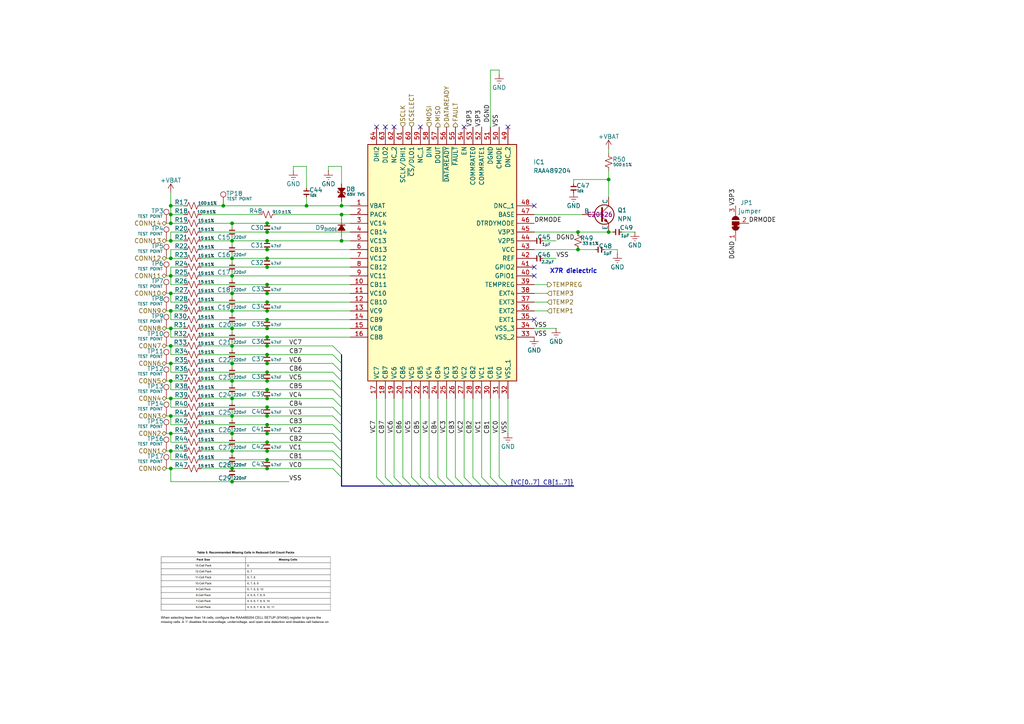
<source format=kicad_sch>
(kicad_sch (version 20250114) (generator "eeschema") (generator_version "9.0")
  (paper "A4")
  (text "X7R dielectric" (at 166.37 78.74 0) (effects (font (size 1.27 1.27) (thickness 0.254) (bold yes))))
  (junction (at 67.31 69.85))
  (junction (at 77.47 123.19))
  (junction (at 67.31 125.73))
  (junction (at 77.47 95.25))
  (junction (at 167.64 72.39))
  (junction (at 67.31 80.01))
  (junction (at 77.47 125.73))
  (junction (at 77.47 77.47))
  (junction (at 77.47 67.31))
  (junction (at 88.9 59.69))
  (junction (at 77.47 105.41))
  (junction (at 176.53 67.31))
  (junction (at 67.31 120.65))
  (junction (at 67.31 85.09))
  (junction (at 77.47 113.03))
  (junction (at 49.53 69.85))
  (junction (at 49.53 64.77))
  (junction (at 49.53 130.81))
  (junction (at 67.31 135.89))
  (junction (at 49.53 125.73))
  (junction (at 77.47 118.11))
  (junction (at 49.53 80.01))
  (junction (at 77.47 133.35))
  (junction (at 77.47 120.65))
  (junction (at 77.47 115.57))
  (junction (at 67.31 64.77))
  (junction (at 49.53 90.17))
  (junction (at 49.53 120.65))
  (junction (at 67.31 74.93))
  (junction (at 49.53 135.89))
  (junction (at 67.31 105.41))
  (junction (at 49.53 74.93))
  (junction (at 49.53 85.09))
  (junction (at 77.47 82.55))
  (junction (at 77.47 74.93))
  (junction (at 77.47 128.27))
  (junction (at 49.53 100.33))
  (junction (at 77.47 110.49))
  (junction (at 64.77 59.69))
  (junction (at 77.47 87.63))
  (junction (at 77.47 92.71))
  (junction (at 77.47 85.09))
  (junction (at 49.53 59.69))
  (junction (at 99.06 62.23))
  (junction (at 49.53 115.57))
  (junction (at 77.47 90.17))
  (junction (at 77.47 135.89))
  (junction (at 67.31 130.81))
  (junction (at 77.47 107.95))
  (junction (at 176.53 52.07))
  (junction (at 77.47 102.87))
  (junction (at 49.53 110.49))
  (junction (at 77.47 97.79))
  (junction (at 49.53 62.23))
  (junction (at 67.31 110.49))
  (junction (at 67.31 115.57))
  (junction (at 67.31 95.25))
  (junction (at 77.47 69.85))
  (junction (at 49.53 95.25))
  (junction (at 67.31 90.17))
  (junction (at 77.47 130.81))
  (junction (at 67.31 100.33))
  (junction (at 77.47 100.33))
  (junction (at 99.06 59.69))
  (junction (at 99.06 69.85))
  (junction (at 77.47 72.39))
  (junction (at 49.53 105.41))
  (junction (at 67.31 139.7))
  (junction (at 167.64 67.31))
  (junction (at 77.47 64.77))
  (no_connect (at 111.76 36.83))
  (no_connect (at 109.22 36.83))
  (no_connect (at 154.94 80.01))
  (no_connect (at 154.94 77.47))
  (no_connect (at 114.3 36.83))
  (no_connect (at 154.94 59.69))
  (no_connect (at 134.62 36.83))
  (no_connect (at 154.94 92.71))
  (no_connect (at 121.92 36.83))
  (no_connect (at 147.32 36.83))
  (bus_entry (at 99.06 133.35) (size -2.54 -2.54))
  (bus_entry (at 99.06 123.19) (size -2.54 -2.54))
  (bus_entry (at 111.76 140.97) (size -2.54 -2.54))
  (bus_entry (at 99.06 135.89) (size -2.54 -2.54))
  (bus_entry (at 99.06 110.49) (size -2.54 -2.54))
  (bus_entry (at 116.84 140.97) (size -2.54 -2.54))
  (bus_entry (at 99.06 128.27) (size -2.54 -2.54))
  (bus_entry (at 129.54 140.97) (size -2.54 -2.54))
  (bus_entry (at 99.06 105.41) (size -2.54 -2.54))
  (bus_entry (at 119.38 140.97) (size -2.54 -2.54))
  (bus_entry (at 99.06 115.57) (size -2.54 -2.54))
  (bus_entry (at 99.06 113.03) (size -2.54 -2.54))
  (bus_entry (at 124.46 140.97) (size -2.54 -2.54))
  (bus_entry (at 121.92 140.97) (size -2.54 -2.54))
  (bus_entry (at 127 140.97) (size -2.54 -2.54))
  (bus_entry (at 132.08 140.97) (size -2.54 -2.54))
  (bus_entry (at 99.06 138.43) (size -2.54 -2.54))
  (bus_entry (at 114.3 140.97) (size -2.54 -2.54))
  (bus_entry (at 99.06 125.73) (size -2.54 -2.54))
  (bus_entry (at 99.06 107.95) (size -2.54 -2.54))
  (bus_entry (at 144.78 140.97) (size -2.54 -2.54))
  (bus_entry (at 99.06 120.65) (size -2.54 -2.54))
  (bus_entry (at 99.06 102.87) (size -2.54 -2.54))
  (bus_entry (at 142.24 140.97) (size -2.54 -2.54))
  (bus_entry (at 139.7 140.97) (size -2.54 -2.54))
  (bus_entry (at 137.16 140.97) (size -2.54 -2.54))
  (bus_entry (at 99.06 118.11) (size -2.54 -2.54))
  (bus_entry (at 134.62 140.97) (size -2.54 -2.54))
  (bus_entry (at 147.32 140.97) (size -2.54 -2.54))
  (bus_entry (at 99.06 130.81) (size -2.54 -2.54))
  (wire (pts (xy 99.06 69.85) (xy 101.6 69.85)))
  (wire (pts (xy 77.47 120.65) (xy 96.52 120.65)))
  (bus (pts (xy 99.06 140.97) (xy 111.76 140.97)))
  (wire (pts (xy 58.42 59.69) (xy 64.77 59.69)))
  (wire (pts (xy 177.8 67.31) (xy 176.53 67.31)))
  (wire (pts (xy 67.31 95.25) (xy 67.31 96.52)))
  (wire (pts (xy 99.06 53.34) (xy 99.06 48.26)))
  (wire (pts (xy 58.42 120.65) (xy 67.31 120.65)))
  (bus (pts (xy 121.92 140.97) (xy 119.38 140.97)))
  (wire (pts (xy 99.06 63.5) (xy 99.06 62.23)))
  (wire (pts (xy 48.26 100.33) (xy 49.53 100.33)))
  (wire (pts (xy 158.75 87.63) (xy 154.94 87.63)))
  (wire (pts (xy 88.9 57.15) (xy 88.9 59.69)))
  (wire (pts (xy 139.7 115.57) (xy 139.7 138.43)))
  (wire (pts (xy 99.06 59.69) (xy 101.6 59.69)))
  (wire (pts (xy 49.53 115.57) (xy 53.34 115.57)))
  (bus (pts (xy 99.06 102.87) (xy 99.06 105.41)))
  (wire (pts (xy 58.42 123.19) (xy 77.47 123.19)))
  (wire (pts (xy 49.53 120.65) (xy 49.53 123.19)))
  (wire (pts (xy 67.31 83.82) (xy 67.31 85.09)))
  (bus (pts (xy 139.7 140.97) (xy 137.16 140.97)))
  (wire (pts (xy 99.06 68.58) (xy 99.06 69.85)))
  (wire (pts (xy 49.53 135.89) (xy 49.53 139.7)))
  (wire (pts (xy 77.47 85.09) (xy 101.6 85.09)))
  (wire (pts (xy 180.34 67.31) (xy 184.15 67.31)))
  (wire (pts (xy 67.31 110.49) (xy 67.31 111.76)))
  (wire (pts (xy 48.26 90.17) (xy 49.53 90.17)))
  (wire (pts (xy 137.16 115.57) (xy 137.16 138.43)))
  (wire (pts (xy 142.24 115.57) (xy 142.24 138.43)))
  (wire (pts (xy 176.53 49.53) (xy 176.53 52.07)))
  (wire (pts (xy 67.31 105.41) (xy 67.31 106.68)))
  (wire (pts (xy 49.53 110.49) (xy 49.53 113.03)))
  (wire (pts (xy 119.38 115.57) (xy 119.38 138.43)))
  (wire (pts (xy 49.53 80.01) (xy 53.34 80.01)))
  (wire (pts (xy 49.53 130.81) (xy 53.34 130.81)))
  (bus (pts (xy 99.06 120.65) (xy 99.06 123.19)))
  (wire (pts (xy 77.47 135.89) (xy 96.52 135.89)))
  (wire (pts (xy 77.47 69.85) (xy 99.06 69.85)))
  (wire (pts (xy 77.47 77.47) (xy 101.6 77.47)))
  (wire (pts (xy 48.26 74.93) (xy 49.53 74.93)))
  (wire (pts (xy 58.42 77.47) (xy 77.47 77.47)))
  (wire (pts (xy 99.06 62.23) (xy 101.6 62.23)))
  (wire (pts (xy 142.24 20.32) (xy 142.24 36.83)))
  (wire (pts (xy 58.42 95.25) (xy 67.31 95.25)))
  (wire (pts (xy 67.31 115.57) (xy 67.31 116.84)))
  (wire (pts (xy 67.31 130.81) (xy 67.31 132.08)))
  (wire (pts (xy 48.26 125.73) (xy 49.53 125.73)))
  (wire (pts (xy 49.53 74.93) (xy 53.34 74.93)))
  (wire (pts (xy 67.31 139.7) (xy 67.31 138.43)))
  (wire (pts (xy 77.47 67.31) (xy 101.6 67.31)))
  (wire (pts (xy 67.31 85.09) (xy 67.31 86.36)))
  (wire (pts (xy 53.34 87.63) (xy 49.53 87.63)))
  (wire (pts (xy 58.42 125.73) (xy 67.31 125.73)))
  (wire (pts (xy 48.26 130.81) (xy 49.53 130.81)))
  (wire (pts (xy 77.47 105.41) (xy 96.52 105.41)))
  (wire (pts (xy 157.48 69.85) (xy 161.29 69.85)))
  (wire (pts (xy 67.31 64.77) (xy 77.47 64.77)))
  (bus (pts (xy 99.06 123.19) (xy 99.06 125.73)))
  (wire (pts (xy 67.31 90.17) (xy 77.47 90.17)))
  (wire (pts (xy 67.31 130.81) (xy 77.47 130.81)))
  (wire (pts (xy 58.42 97.79) (xy 77.47 97.79)))
  (wire (pts (xy 53.34 77.47) (xy 49.53 77.47)))
  (wire (pts (xy 111.76 115.57) (xy 111.76 138.43)))
  (wire (pts (xy 67.31 125.73) (xy 67.31 127)))
  (wire (pts (xy 58.42 102.87) (xy 77.47 102.87)))
  (wire (pts (xy 67.31 93.98) (xy 67.31 95.25)))
  (bus (pts (xy 129.54 140.97) (xy 127 140.97)))
  (wire (pts (xy 154.94 62.23) (xy 168.91 62.23)))
  (wire (pts (xy 48.26 69.85) (xy 49.53 69.85)))
  (wire (pts (xy 77.47 107.95) (xy 96.52 107.95)))
  (wire (pts (xy 49.53 85.09) (xy 53.34 85.09)))
  (wire (pts (xy 77.47 115.57) (xy 96.52 115.57)))
  (wire (pts (xy 49.53 135.89) (xy 53.34 135.89)))
  (wire (pts (xy 134.62 115.57) (xy 134.62 138.43)))
  (wire (pts (xy 77.47 125.73) (xy 96.52 125.73)))
  (wire (pts (xy 147.32 125.73) (xy 147.32 115.57)))
  (bus (pts (xy 99.06 125.73) (xy 99.06 128.27)))
  (wire (pts (xy 48.26 80.01) (xy 49.53 80.01)))
  (wire (pts (xy 176.53 44.45) (xy 176.53 43.18)))
  (wire (pts (xy 154.94 67.31) (xy 167.64 67.31)))
  (wire (pts (xy 109.22 115.57) (xy 109.22 138.43)))
  (wire (pts (xy 49.53 130.81) (xy 49.53 133.35)))
  (wire (pts (xy 179.07 72.39) (xy 179.07 73.66)))
  (wire (pts (xy 67.31 105.41) (xy 77.47 105.41)))
  (wire (pts (xy 67.31 68.58) (xy 67.31 69.85)))
  (bus (pts (xy 99.06 133.35) (xy 99.06 135.89)))
  (wire (pts (xy 58.42 64.77) (xy 67.31 64.77)))
  (wire (pts (xy 49.53 95.25) (xy 53.34 95.25)))
  (wire (pts (xy 58.42 72.39) (xy 77.47 72.39)))
  (wire (pts (xy 53.34 82.55) (xy 49.53 82.55)))
  (wire (pts (xy 77.47 110.49) (xy 96.52 110.49)))
  (bus (pts (xy 147.32 140.97) (xy 144.78 140.97)))
  (bus (pts (xy 99.06 138.43) (xy 99.06 140.97)))
  (wire (pts (xy 77.47 118.11) (xy 96.52 118.11)))
  (wire (pts (xy 158.75 82.55) (xy 154.94 82.55)))
  (wire (pts (xy 77.47 82.55) (xy 101.6 82.55)))
  (wire (pts (xy 77.47 74.93) (xy 101.6 74.93)))
  (wire (pts (xy 166.37 52.07) (xy 166.37 53.34)))
  (bus (pts (xy 99.06 105.41) (xy 99.06 107.95)))
  (wire (pts (xy 67.31 135.89) (xy 77.47 135.89)))
  (wire (pts (xy 49.53 80.01) (xy 49.53 82.55)))
  (wire (pts (xy 67.31 99.06) (xy 67.31 100.33)))
  (wire (pts (xy 58.42 110.49) (xy 67.31 110.49)))
  (wire (pts (xy 49.53 100.33) (xy 49.53 102.87)))
  (wire (pts (xy 121.92 115.57) (xy 121.92 138.43)))
  (wire (pts (xy 58.42 85.09) (xy 67.31 85.09)))
  (wire (pts (xy 176.53 52.07) (xy 176.53 57.15)))
  (wire (pts (xy 77.47 130.81) (xy 96.52 130.81)))
  (wire (pts (xy 58.42 100.33) (xy 67.31 100.33)))
  (wire (pts (xy 144.78 20.32) (xy 144.78 21.59)))
  (wire (pts (xy 154.94 95.25) (xy 161.29 95.25)))
  (wire (pts (xy 167.64 67.31) (xy 176.53 67.31)))
  (wire (pts (xy 49.53 95.25) (xy 49.53 97.79)))
  (wire (pts (xy 132.08 115.57) (xy 132.08 138.43)))
  (wire (pts (xy 77.47 100.33) (xy 96.52 100.33)))
  (wire (pts (xy 49.53 62.23) (xy 49.53 64.77)))
  (wire (pts (xy 67.31 109.22) (xy 67.31 110.49)))
  (wire (pts (xy 67.31 74.93) (xy 67.31 76.2)))
  (wire (pts (xy 67.31 64.77) (xy 67.31 66.04)))
  (bus (pts (xy 99.06 115.57) (xy 99.06 118.11)))
  (wire (pts (xy 67.31 90.17) (xy 67.31 91.44)))
  (bus (pts (xy 99.06 118.11) (xy 99.06 120.65)))
  (wire (pts (xy 77.47 72.39) (xy 101.6 72.39)))
  (wire (pts (xy 48.26 135.89) (xy 49.53 135.89)))
  (wire (pts (xy 67.31 120.65) (xy 77.47 120.65)))
  (wire (pts (xy 58.42 133.35) (xy 77.47 133.35)))
  (bus (pts (xy 99.06 130.81) (xy 99.06 133.35)))
  (wire (pts (xy 67.31 120.65) (xy 67.31 121.92)))
  (wire (pts (xy 58.42 82.55) (xy 77.47 82.55)))
  (bus (pts (xy 137.16 140.97) (xy 134.62 140.97)))
  (wire (pts (xy 58.42 87.63) (xy 77.47 87.63)))
  (wire (pts (xy 64.77 59.69) (xy 88.9 59.69)))
  (wire (pts (xy 158.75 90.17) (xy 154.94 90.17)))
  (wire (pts (xy 67.31 69.85) (xy 67.31 71.12)))
  (wire (pts (xy 58.42 74.93) (xy 67.31 74.93)))
  (wire (pts (xy 53.34 97.79) (xy 49.53 97.79)))
  (wire (pts (xy 49.53 105.41) (xy 49.53 107.95)))
  (wire (pts (xy 49.53 115.57) (xy 49.53 118.11)))
  (wire (pts (xy 95.25 48.26) (xy 95.25 49.53)))
  (wire (pts (xy 67.31 88.9) (xy 67.31 90.17)))
  (wire (pts (xy 49.53 105.41) (xy 53.34 105.41)))
  (wire (pts (xy 49.53 125.73) (xy 53.34 125.73)))
  (wire (pts (xy 154.94 72.39) (xy 167.64 72.39)))
  (wire (pts (xy 144.78 115.57) (xy 144.78 138.43)))
  (wire (pts (xy 58.42 105.41) (xy 67.31 105.41)))
  (wire (pts (xy 124.46 115.57) (xy 124.46 138.43)))
  (wire (pts (xy 49.53 110.49) (xy 53.34 110.49)))
  (wire (pts (xy 49.53 100.33) (xy 53.34 100.33)))
  (wire (pts (xy 85.09 48.26) (xy 85.09 49.53)))
  (wire (pts (xy 48.26 110.49) (xy 49.53 110.49)))
  (bus (pts (xy 99.06 113.03) (xy 99.06 115.57)))
  (wire (pts (xy 53.34 118.11) (xy 49.53 118.11)))
  (wire (pts (xy 67.31 74.93) (xy 77.47 74.93)))
  (wire (pts (xy 77.47 102.87) (xy 96.52 102.87)))
  (bus (pts (xy 132.08 140.97) (xy 129.54 140.97)))
  (wire (pts (xy 77.47 113.03) (xy 96.52 113.03)))
  (wire (pts (xy 58.42 113.03) (xy 77.47 113.03)))
  (bus (pts (xy 134.62 140.97) (xy 132.08 140.97)))
  (wire (pts (xy 67.31 125.73) (xy 77.47 125.73)))
  (wire (pts (xy 114.3 115.57) (xy 114.3 138.43)))
  (wire (pts (xy 67.31 73.66) (xy 67.31 74.93)))
  (wire (pts (xy 49.53 85.09) (xy 49.53 87.63)))
  (bus (pts (xy 111.76 140.97) (xy 114.3 140.97)))
  (wire (pts (xy 53.34 67.31) (xy 49.53 67.31)))
  (wire (pts (xy 53.34 102.87) (xy 49.53 102.87)))
  (wire (pts (xy 67.31 119.38) (xy 67.31 120.65)))
  (wire (pts (xy 48.26 64.77) (xy 49.53 64.77)))
  (wire (pts (xy 144.78 20.32) (xy 142.24 20.32)))
  (wire (pts (xy 53.34 64.77) (xy 49.53 64.77)))
  (wire (pts (xy 67.31 100.33) (xy 67.31 101.6)))
  (wire (pts (xy 67.31 115.57) (xy 77.47 115.57)))
  (wire (pts (xy 99.06 58.42) (xy 99.06 59.69)))
  (bus (pts (xy 119.38 140.97) (xy 116.84 140.97)))
  (wire (pts (xy 67.31 114.3) (xy 67.31 115.57)))
  (wire (pts (xy 116.84 115.57) (xy 116.84 138.43)))
  (wire (pts (xy 67.31 95.25) (xy 77.47 95.25)))
  (wire (pts (xy 53.34 123.19) (xy 49.53 123.19)))
  (wire (pts (xy 53.34 92.71) (xy 49.53 92.71)))
  (wire (pts (xy 49.53 77.47) (xy 49.53 80.01)))
  (wire (pts (xy 49.53 69.85) (xy 53.34 69.85)))
  (wire (pts (xy 175.26 72.39) (xy 179.07 72.39)))
  (wire (pts (xy 49.53 128.27) (xy 49.53 125.73)))
  (wire (pts (xy 80.01 62.23) (xy 99.06 62.23)))
  (bus (pts (xy 142.24 140.97) (xy 139.7 140.97)))
  (bus (pts (xy 127 140.97) (xy 124.46 140.97)))
  (wire (pts (xy 53.34 59.69) (xy 49.53 59.69)))
  (wire (pts (xy 67.31 110.49) (xy 77.47 110.49)))
  (wire (pts (xy 49.53 72.39) (xy 49.53 74.93)))
  (wire (pts (xy 58.42 92.71) (xy 77.47 92.71)))
  (bus (pts (xy 166.37 140.97) (xy 147.32 140.97)))
  (wire (pts (xy 49.53 120.65) (xy 53.34 120.65)))
  (wire (pts (xy 127 115.57) (xy 127 138.43)))
  (wire (pts (xy 176.53 52.07) (xy 166.37 52.07)))
  (wire (pts (xy 49.53 139.7) (xy 67.31 139.7)))
  (wire (pts (xy 58.42 62.23) (xy 74.93 62.23)))
  (wire (pts (xy 67.31 85.09) (xy 77.47 85.09)))
  (wire (pts (xy 58.42 67.31) (xy 77.47 67.31)))
  (wire (pts (xy 58.42 115.57) (xy 67.31 115.57)))
  (bus (pts (xy 99.06 110.49) (xy 99.06 113.03)))
  (wire (pts (xy 167.64 72.39) (xy 172.72 72.39)))
  (wire (pts (xy 88.9 59.69) (xy 99.06 59.69)))
  (wire (pts (xy 67.31 100.33) (xy 77.47 100.33)))
  (wire (pts (xy 53.34 107.95) (xy 49.53 107.95)))
  (wire (pts (xy 85.09 48.26) (xy 88.9 48.26)))
  (wire (pts (xy 49.53 67.31) (xy 49.53 69.85)))
  (wire (pts (xy 49.53 62.23) (xy 53.34 62.23)))
  (wire (pts (xy 49.53 90.17) (xy 49.53 92.71)))
  (wire (pts (xy 48.26 95.25) (xy 49.53 95.25)))
  (wire (pts (xy 95.25 48.26) (xy 99.06 48.26)))
  (wire (pts (xy 49.53 133.35) (xy 53.34 133.35)))
  (wire (pts (xy 67.31 80.01) (xy 101.6 80.01)))
  (wire (pts (xy 48.26 85.09) (xy 49.53 85.09)))
  (wire (pts (xy 58.42 90.17) (xy 67.31 90.17)))
  (wire (pts (xy 77.47 128.27) (xy 96.52 128.27)))
  (wire (pts (xy 53.34 113.03) (xy 49.53 113.03)))
  (wire (pts (xy 53.34 72.39) (xy 49.53 72.39)))
  (wire (pts (xy 77.47 95.25) (xy 101.6 95.25)))
  (wire (pts (xy 67.31 129.54) (xy 67.31 130.81)))
  (wire (pts (xy 58.42 118.11) (xy 77.47 118.11)))
  (wire (pts (xy 129.54 115.57) (xy 129.54 138.43)))
  (wire (pts (xy 67.31 80.01) (xy 67.31 81.28)))
  (wire (pts (xy 67.31 139.7) (xy 83.82 139.7)))
  (wire (pts (xy 67.31 104.14) (xy 67.31 105.41)))
  (wire (pts (xy 48.26 105.41) (xy 49.53 105.41)))
  (wire (pts (xy 67.31 69.85) (xy 77.47 69.85)))
  (bus (pts (xy 99.06 128.27) (xy 99.06 130.81)))
  (wire (pts (xy 49.53 59.69) (xy 49.53 62.23)))
  (wire (pts (xy 58.42 107.95) (xy 77.47 107.95)))
  (wire (pts (xy 161.29 74.93) (xy 157.48 74.93)))
  (wire (pts (xy 77.47 123.19) (xy 96.52 123.19)))
  (wire (pts (xy 77.47 87.63) (xy 101.6 87.63)))
  (wire (pts (xy 53.34 128.27) (xy 49.53 128.27)))
  (bus (pts (xy 99.06 107.95) (xy 99.06 110.49)))
  (wire (pts (xy 77.47 97.79) (xy 101.6 97.79)))
  (wire (pts (xy 77.47 64.77) (xy 101.6 64.77)))
  (bus (pts (xy 124.46 140.97) (xy 121.92 140.97)))
  (wire (pts (xy 58.42 80.01) (xy 67.31 80.01)))
  (wire (pts (xy 58.42 135.89) (xy 67.31 135.89)))
  (wire (pts (xy 67.31 134.62) (xy 67.31 135.89)))
  (wire (pts (xy 58.42 130.81) (xy 67.31 130.81)))
  (wire (pts (xy 58.42 128.27) (xy 77.47 128.27)))
  (wire (pts (xy 67.31 78.74) (xy 67.31 80.01)))
  (wire (pts (xy 77.47 90.17) (xy 101.6 90.17)))
  (wire (pts (xy 88.9 48.26) (xy 88.9 54.61)))
  (bus (pts (xy 144.78 140.97) (xy 142.24 140.97)))
  (wire (pts (xy 48.26 115.57) (xy 49.53 115.57)))
  (wire (pts (xy 48.26 120.65) (xy 49.53 120.65)))
  (wire (pts (xy 67.31 124.46) (xy 67.31 125.73)))
  (wire (pts (xy 77.47 92.71) (xy 101.6 92.71)))
  (bus (pts (xy 99.06 135.89) (xy 99.06 138.43)))
  (wire (pts (xy 49.53 55.88) (xy 49.53 59.69)))
  (wire (pts (xy 77.47 133.35) (xy 96.52 133.35)))
  (wire (pts (xy 49.53 90.17) (xy 53.34 90.17)))
  (bus (pts (xy 116.84 140.97) (xy 114.3 140.97)))
  (wire (pts (xy 158.75 85.09) (xy 154.94 85.09)))
  (wire (pts (xy 58.42 69.85) (xy 67.31 69.85)))
  (image (at 71.12 170.18) (scale 0.137766))
  (label "CB3" (at 132.08 121.92 270))
  (label "VC6" (at 83.82 105.41 0))
  (label "DGND" (at 161.29 69.85 0))
  (label "VC7" (at 109.22 121.92 270))
  (label "VC2" (at 83.82 125.73 0))
  (label "VC3" (at 129.54 121.92 270))
  (label "VC0" (at 83.82 135.89 0))
  (label "CB6" (at 116.84 121.92 270))
  (label "VSS" (at 83.82 139.7 0))
  (label "VSS" (at 161.29 74.93 0))
  (label "CB1" (at 142.24 121.92 270))
  (label "VC4" (at 124.46 121.92 270))
  (label "VSS" (at 147.32 125.73 90))
  (label "CB5" (at 121.92 121.92 270))
  (label "VSS" (at 144.78 36.83 90))
  (label "DRMODE" (at 217.17 64.77 0) (effects (font (thickness 0.1588))))
  (label "CB2" (at 137.16 121.92 270))
  (label "VC4" (at 83.82 115.57 0))
  (label "CB4" (at 127 121.92 270))
  (label "CB1" (at 83.82 133.35 0))
  (label "VC5" (at 83.82 110.49 0))
  (label "{VC[0..7] CB[1..7]}" (at 166.37 140.97 180) (effects (font (thickness 0.1588))))
  (label "CB7" (at 83.82 102.87 0))
  (label "VC1" (at 83.82 130.81 0))
  (label "CB2" (at 83.82 128.27 0))
  (label "CB3" (at 83.82 123.19 0))
  (label "CB4" (at 83.82 118.11 0))
  (label "V3P3" (at 213.36 59.69 90))
  (label "VC2" (at 134.62 121.92 270))
  (label "DGND" (at 213.36 69.85 270))
  (label "VC6" (at 114.3 121.92 270))
  (label "V3P3" (at 137.16 36.83 90))
  (label "CB7" (at 111.76 121.92 270))
  (label "VSS" (at 154.94 95.25 0))
  (label "VC3" (at 83.82 120.65 0))
  (label "CB5" (at 83.82 113.03 0))
  (label "VC5" (at 119.38 121.92 270))
  (label "VC0" (at 144.78 121.92 270))
  (label "DGND" (at 142.24 35.56 90))
  (label "VSS" (at 154.94 97.79 0))
  (label "CB6" (at 83.82 107.95 0))
  (label "DRMODE" (at 154.94 64.77 0) (effects (font (thickness 0.1588))))
  (label "V3P3" (at 139.7 36.83 90))
  (label "VC1" (at 139.7 121.92 270))
  (label "VC7" (at 83.82 100.33 0))
  (hierarchical_label "TEMP1" (shape input) (at 158.75 90.17 0))
  (hierarchical_label "DATAREADY" (shape output) (at 129.54 36.83 90))
  (hierarchical_label "CONN3" (shape bidirectional) (at 48.26 120.65 180))
  (hierarchical_label "CONN10" (shape bidirectional) (at 48.26 85.09 180))
  (hierarchical_label "CONN4" (shape bidirectional) (at 48.26 115.57 180))
  (hierarchical_label "CONN13" (shape bidirectional) (at 48.26 69.85 180))
  (hierarchical_label "CSELECT" (shape input) (at 119.38 36.83 90))
  (hierarchical_label "FAULT" (shape output) (at 132.08 36.83 90))
  (hierarchical_label "CONN11" (shape bidirectional) (at 48.26 80.01 180))
  (hierarchical_label "CONN0" (shape bidirectional) (at 48.26 135.89 180))
  (hierarchical_label "TEMP2" (shape input) (at 158.75 87.63 0))
  (hierarchical_label "CONN1" (shape bidirectional) (at 48.26 130.81 180))
  (hierarchical_label "TEMPREG" (shape output) (at 158.75 82.55 0))
  (hierarchical_label "CONN14" (shape bidirectional) (at 48.26 64.77 180))
  (hierarchical_label "MISO" (shape output) (at 127 36.83 90))
  (hierarchical_label "CONN12" (shape bidirectional) (at 48.26 74.93 180))
  (hierarchical_label "CONN9" (shape bidirectional) (at 48.26 90.17 180))
  (hierarchical_label "CONN8" (shape bidirectional) (at 48.26 95.25 180))
  (hierarchical_label "TEMP3" (shape input) (at 158.75 85.09 0))
  (hierarchical_label "SCLK" (shape input) (at 116.84 36.83 90))
  (hierarchical_label "CONN5" (shape bidirectional) (at 48.26 110.49 180))
  (hierarchical_label "CONN6" (shape bidirectional) (at 48.26 105.41 180))
  (hierarchical_label "CONN2" (shape bidirectional) (at 48.26 125.73 180))
  (hierarchical_label "CONN7" (shape bidirectional) (at 48.26 100.33 180))
  (hierarchical_label "MOSI" (shape input) (at 124.46 36.83 90))
  (symbol (lib_name "C_Small_1") (lib_id "Device:C_Small") (at 67.31 118.11 0) (unit 1)
    (property "Reference" "C25" (at 63.246 119.634 0) (effects (justify left)))
    (property "Value" "220nF" (at 67.564 119.634 0) (effects (font (size 0.8467 0.8467)) (justify left)))
    (property "Footprint" "Capacitor_SMD:C_0402_1005Metric_Pad0.74x0.62mm_HandSolder" (effects (hide yes)))
    (property "Description" "Unpolarized capacitor, small symbol" (effects (hide yes)))
  )
  (symbol (lib_name "C_Small_1") (lib_id "Device:C_Small") (at 77.47 76.2 0) (unit 1)
    (property "Reference" "C32" (at 72.644 76.2 0) (effects (justify left)))
    (property "Value" "47nF" (at 78.486 76.454 0) (effects (font (size 0.8467 0.8467)) (justify left)))
    (property "Footprint" "Capacitor_SMD:C_0402_1005Metric_Pad0.74x0.62mm_HandSolder" (effects (hide yes)))
    (property "Description" "Unpolarized capacitor, small symbol" (effects (hide yes)))
  )
  (symbol (lib_id "Device:R_Small_US") (at 167.64 69.85 180) (unit 1)
    (property "Reference" "R49" (at 170.18 69.088 0))
    (property "Value" "33" (at 168.91 70.612 0) (effects (font (size 0.8467 0.8467)) (justify right)))
    (property "Footprint" "Resistor_SMD:R_0402_1005Metric_Pad0.72x0.64mm_HandSolder" (effects (hide yes)))
    (property "Description" "Resistor, small US symbol" (effects (hide yes)))
    (property "Tolerance" "±1%" (at 170.688 70.612 0) (effects (font (size 0.8467 0.8467)) (justify right)))
  )
  (symbol (lib_id "Device:R_Small_US") (at 55.88 105.41 90) (unit 1)
    (property "Reference" "R35" (at 52.578 104.394 90))
    (property "Value" "15" (at 57.404 104.648 90) (effects (font (size 0.8467 0.8467)) (justify right)))
    (property "Footprint" "Resistor_SMD:R_0402_1005Metric_Pad0.72x0.64mm_HandSolder" (effects (hide yes)))
    (property "Description" "Resistor, small US symbol" (effects (hide yes)))
    (property "Tolerance" "±1%" (at 59.182 104.648 90) (effects (font (size 0.8467 0.8467)) (justify right)))
  )
  (symbol (lib_id "Connector:TestPoint") (at 48.26 105.41 0) (mirror y) (unit 1)
    (property "Reference" "TP11" (at 47.498 101.854 0) (effects (justify left)))
    (property "Value" "TEST POINT" (at 47.244 103.378 0) (effects (font (size 0.8467 0.8467)) (justify left)))
    (property "Footprint" "TestPoint:TestPoint_Pad_1.0x1.0mm" (effects (hide yes)))
    (property "Description" "test point" (effects (hide yes)))
  )
  (symbol (lib_name "C_Small_1") (lib_id "Device:C_Small") (at 67.31 133.35 0) (unit 1)
    (property "Reference" "C28" (at 63.246 134.874 0) (effects (justify left)))
    (property "Value" "220nF" (at 67.564 134.874 0) (effects (font (size 0.8467 0.8467)) (justify left)))
    (property "Footprint" "Capacitor_SMD:C_0402_1005Metric_Pad0.74x0.62mm_HandSolder" (effects (hide yes)))
    (property "Description" "Unpolarized capacitor, small symbol" (effects (hide yes)))
  )
  (symbol (lib_name "C_Small_1") (lib_id "Device:C_Small") (at 77.47 83.82 0) (unit 1)
    (property "Reference" "C33" (at 72.898 83.82 0) (effects (justify left)))
    (property "Value" "47nF" (at 78.486 84.074 0) (effects (font (size 0.8467 0.8467)) (justify left)))
    (property "Footprint" "Capacitor_SMD:C_0402_1005Metric_Pad0.74x0.62mm_HandSolder" (effects (hide yes)))
    (property "Description" "Unpolarized capacitor, small symbol" (effects (hide yes)))
  )
  (symbol (lib_id "power:Earth") (at 161.29 95.25 0) (unit 1)
    (property "Reference" "#PWR053" (effects (hide yes)))
    (property "Value" "GND" (at 161.29 99.06 0))
    (property "Description" "Power symbol creates a global label with name \"Earth\"" (effects (hide yes)))
  )
  (symbol (lib_id "Device:R_Small_US") (at 55.88 92.71 90) (unit 1)
    (property "Reference" "R30" (at 52.324 91.694 90))
    (property "Value" "15" (at 57.404 91.948 90) (effects (font (size 0.8467 0.8467)) (justify right)))
    (property "Footprint" "Resistor_SMD:R_0402_1005Metric_Pad0.72x0.64mm_HandSolder" (effects (hide yes)))
    (property "Description" "Resistor, small US symbol" (effects (hide yes)))
    (property "Tolerance" "±1%" (at 59.182 91.948 90) (effects (font (size 0.8467 0.8467)) (justify right)))
  )
  (symbol (lib_id "power:Earth") (at 179.07 73.66 0) (unit 1)
    (property "Reference" "#PWR056" (effects (hide yes)))
    (property "Value" "GND" (at 179.07 77.47 0))
    (property "Description" "Power symbol creates a global label with name \"Earth\"" (effects (hide yes)))
  )
  (symbol (lib_id "Simulation_SPICE:NPN") (at 173.99 62.23 0) (unit 1)
    (property "Reference" "Q1" (at 179.07 60.9599 0) (effects (justify left)))
    (property "Value" "NPN" (at 179.07 63.4999 0) (effects (justify left)))
    (property "Footprint" "Package_TO_SOT_SMD:SOT-23" (effects (hide yes)))
    (property "Datasheet" "https://www.lcsc.com/datasheet/lcsc_datasheet_2410121909_Jiangsu-Changjing-Electronics-Technology-Co---Ltd--MMBT3904-RANGE-100-300_C20526.pdf" (effects (hide yes)))
    (property "Description" "Bipolar transistor symbol for simulation only, substrate tied to the emitter" (effects (hide yes)))
    (property "Sim.Device" "NPN" (effects (hide yes)))
    (property "Sim.Type" "GUMMELPOON" (effects (hide yes)))
    (property "Sim.Pins" "1=C 2=B 3=E" (effects (hide yes)))
    (property "MPN" "C20526" (at 173.99 62.23 0))
  )
  (symbol (lib_id "Device:R_Small_US") (at 55.88 59.69 90) (unit 1)
    (property "Reference" "R17" (at 52.578 58.674 90))
    (property "Value" "100" (at 57.404 58.928 90) (effects (font (size 0.8467 0.8467)) (justify right)))
    (property "Footprint" "Resistor_SMD:R_0402_1005Metric_Pad0.72x0.64mm_HandSolder" (effects (hide yes)))
    (property "Description" "Resistor, small US symbol" (effects (hide yes)))
    (property "Tolerance" "±1%" (at 59.944 58.928 90) (effects (font (size 0.8467 0.8467)) (justify right)))
  )
  (symbol (lib_name "C_Small_1") (lib_id "Device:C_Small") (at 67.31 97.79 0) (unit 1)
    (property "Reference" "C21" (at 63.246 99.314 0) (effects (justify left)))
    (property "Value" "220nF" (at 67.564 99.314 0) (effects (font (size 0.8467 0.8467)) (justify left)))
    (property "Footprint" "Capacitor_SMD:C_0402_1005Metric_Pad0.74x0.62mm_HandSolder" (effects (hide yes)))
    (property "Description" "Unpolarized capacitor, small symbol" (effects (hide yes)))
  )
  (symbol (lib_id "Device:R_Small_US") (at 55.88 80.01 90) (unit 1)
    (property "Reference" "R25" (at 52.578 78.994 90))
    (property "Value" "15" (at 57.404 79.248 90) (effects (font (size 0.8467 0.8467)) (justify right)))
    (property "Footprint" "Resistor_SMD:R_0402_1005Metric_Pad0.72x0.64mm_HandSolder" (effects (hide yes)))
    (property "Description" "Resistor, small US symbol" (effects (hide yes)))
    (property "Tolerance" "±1%" (at 59.182 79.248 90) (effects (font (size 0.8467 0.8467)) (justify right)))
  )
  (symbol (lib_id "Device:R_Small_US") (at 55.88 118.11 90) (unit 1)
    (property "Reference" "R40" (at 52.578 117.094 90))
    (property "Value" "15" (at 57.404 117.348 90) (effects (font (size 0.8467 0.8467)) (justify right)))
    (property "Footprint" "Resistor_SMD:R_0402_1005Metric_Pad0.72x0.64mm_HandSolder" (effects (hide yes)))
    (property "Description" "Resistor, small US symbol" (effects (hide yes)))
    (property "Tolerance" "±1%" (at 59.182 117.348 90) (effects (font (size 0.8467 0.8467)) (justify right)))
  )
  (symbol (lib_id "Connector:TestPoint") (at 48.26 74.93 0) (mirror y) (unit 1)
    (property "Reference" "TP5" (at 47.498 71.374 0) (effects (justify left)))
    (property "Value" "TEST POINT" (at 47.244 72.898 0) (effects (font (size 0.8467 0.8467)) (justify left)))
    (property "Footprint" "TestPoint:TestPoint_Pad_1.0x1.0mm" (effects (hide yes)))
    (property "Description" "test point" (effects (hide yes)))
  )
  (symbol (lib_name "C_Small_1") (lib_id "Device:C_Small") (at 77.47 124.46 0) (unit 1)
    (property "Reference" "C41" (at 72.898 124.46 0) (effects (justify left)))
    (property "Value" "47nF" (at 78.486 124.714 0) (effects (font (size 0.8467 0.8467)) (justify left)))
    (property "Footprint" "Capacitor_SMD:C_0402_1005Metric_Pad0.74x0.62mm_HandSolder" (effects (hide yes)))
    (property "Description" "Unpolarized capacitor, small symbol" (effects (hide yes)))
  )
  (symbol (lib_id "Connector:TestPoint") (at 64.77 59.69 0) (unit 1)
    (property "Reference" "TP18" (at 65.532 56.134 0) (effects (justify left)))
    (property "Value" "TEST POINT" (at 65.786 57.658 0) (effects (font (size 0.8467 0.8467)) (justify left)))
    (property "Footprint" "TestPoint:TestPoint_Pad_1.0x1.0mm" (effects (hide yes)))
    (property "Description" "test point" (effects (hide yes)))
  )
  (symbol (lib_id "Device:R_Small_US") (at 55.88 128.27 90) (unit 1)
    (property "Reference" "R44" (at 52.578 127.254 90))
    (property "Value" "15" (at 57.404 127.508 90) (effects (font (size 0.8467 0.8467)) (justify right)))
    (property "Footprint" "Resistor_SMD:R_0402_1005Metric_Pad0.72x0.64mm_HandSolder" (effects (hide yes)))
    (property "Description" "Resistor, small US symbol" (effects (hide yes)))
    (property "Tolerance" "±1%" (at 59.182 127.508 90) (effects (font (size 0.8467 0.8467)) (justify right)))
  )
  (symbol (lib_id "Device:R_Small_US") (at 55.88 133.35 90) (unit 1)
    (property "Reference" "R46" (at 52.578 132.334 90))
    (property "Value" "15" (at 57.404 132.588 90) (effects (font (size 0.8467 0.8467)) (justify right)))
    (property "Footprint" "Resistor_SMD:R_0402_1005Metric_Pad0.72x0.64mm_HandSolder" (effects (hide yes)))
    (property "Description" "Resistor, small US symbol" (effects (hide yes)))
    (property "Tolerance" "±1%" (at 59.182 132.588 90) (effects (font (size 0.8467 0.8467)) (justify right)))
  )
  (symbol (lib_id "Device:R_Small_US") (at 55.88 125.73 90) (unit 1)
    (property "Reference" "R43" (at 52.578 124.714 90))
    (property "Value" "15" (at 57.404 124.968 90) (effects (font (size 0.8467 0.8467)) (justify right)))
    (property "Footprint" "Resistor_SMD:R_0402_1005Metric_Pad0.72x0.64mm_HandSolder" (effects (hide yes)))
    (property "Description" "Resistor, small US symbol" (effects (hide yes)))
    (property "Tolerance" "±1%" (at 59.182 124.968 90) (effects (font (size 0.8467 0.8467)) (justify right)))
  )
  (symbol (lib_name "C_Small_1") (lib_id "Device:C_Small") (at 67.31 113.03 0) (unit 1)
    (property "Reference" "C24" (at 63.246 114.554 0) (effects (justify left)))
    (property "Value" "220nF" (at 67.564 114.554 0) (effects (font (size 0.8467 0.8467)) (justify left)))
    (property "Footprint" "Capacitor_SMD:C_0402_1005Metric_Pad0.74x0.62mm_HandSolder" (effects (hide yes)))
    (property "Description" "Unpolarized capacitor, small symbol" (effects (hide yes)))
  )
  (symbol (lib_id "Jumper:SolderJumper_3_Bridged12") (at 213.36 64.77 90) (unit 1)
    (property "Reference" "JP1" (at 216.535 58.801 90))
    (property "Value" "jumper" (at 217.424 61.214 90))
    (property "Footprint" "Jumper:SolderJumper-3_P1.3mm_Bridged12_RoundedPad1.0x1.5mm" (effects (hide yes)))
    (property "Description" "3-pole Solder Jumper, pins 1+2 closed/bridged" (effects (hide yes)))
  )
  (symbol (lib_name "C_Small_1") (lib_id "Device:C_Small") (at 156.21 74.93 90) (unit 1)
    (property "Reference" "C46" (at 159.766 73.914 90) (effects (justify left)))
    (property "Value" "2.2µF" (at 160.782 75.946 90) (effects (font (size 0.8467 0.8467)) (justify left)))
    (property "Footprint" "Capacitor_SMD:C_0402_1005Metric_Pad0.74x0.62mm_HandSolder" (effects (hide yes)))
    (property "Description" "Unpolarized capacitor, small symbol" (effects (hide yes)))
  )
  (symbol (lib_id "Device:R_Small_US") (at 55.88 72.39 90) (unit 1)
    (property "Reference" "R22" (at 52.578 71.374 90))
    (property "Value" "15" (at 57.404 71.628 90) (effects (font (size 0.8467 0.8467)) (justify right)))
    (property "Footprint" "Resistor_SMD:R_0402_1005Metric_Pad0.72x0.64mm_HandSolder" (effects (hide yes)))
    (property "Description" "Resistor, small US symbol" (effects (hide yes)))
    (property "Tolerance" "±1%" (at 59.182 71.628 90) (effects (font (size 0.8467 0.8467)) (justify right)))
  )
  (symbol (lib_name "C_Small_1") (lib_id "Device:C_Small") (at 88.9 55.88 0) (unit 1)
    (property "Reference" "C44" (at 89.662 55.118 0) (effects (justify left)))
    (property "Value" "idk" (at 89.916 56.642 0) (effects (font (size 0.8467 0.8467)) (justify left)))
    (property "Footprint" "Capacitor_SMD:C_0402_1005Metric_Pad0.74x0.62mm_HandSolder" (effects (hide yes)))
    (property "Description" "Unpolarized capacitor, small symbol" (effects (hide yes)))
  )
  (symbol (lib_id "Device:R_Small_US") (at 55.88 62.23 90) (unit 1)
    (property "Reference" "R18" (at 52.578 61.214 90))
    (property "Value" "100" (at 57.15 61.468 90) (effects (font (size 0.8467 0.8467)) (justify right)))
    (property "Footprint" "Resistor_SMD:R_0402_1005Metric_Pad0.72x0.64mm_HandSolder" (effects (hide yes)))
    (property "Description" "Resistor, small US symbol" (effects (hide yes)))
    (property "Tolerance" "±1%" (at 59.69 61.468 90) (effects (font (size 0.8467 0.8467)) (justify right)))
  )
  (symbol (lib_name "C_Small_1") (lib_id "Device:C_Small") (at 166.37 54.61 0) (unit 1)
    (property "Reference" "C47" (at 167.132 53.848 0) (effects (justify left)))
    (property "Value" "idk" (at 167.386 55.372 0) (effects (font (size 0.8467 0.8467)) (justify left)))
    (property "Footprint" "Capacitor_SMD:C_0402_1005Metric_Pad0.74x0.62mm_HandSolder" (effects (hide yes)))
    (property "Description" "Unpolarized capacitor, small symbol" (effects (hide yes)))
  )
  (symbol (lib_id "Connector:TestPoint") (at 48.26 115.57 0) (mirror y) (unit 1)
    (property "Reference" "TP13" (at 47.498 112.014 0) (effects (justify left)))
    (property "Value" "TEST POINT" (at 47.244 113.538 0) (effects (font (size 0.8467 0.8467)) (justify left)))
    (property "Footprint" "TestPoint:TestPoint_Pad_1.0x1.0mm" (effects (hide yes)))
    (property "Description" "test point" (effects (hide yes)))
  )
  (symbol (lib_id "Device:R_Small_US") (at 55.88 100.33 90) (unit 1)
    (property "Reference" "R33" (at 52.324 99.314 90))
    (property "Value" "15" (at 57.404 99.568 90) (effects (font (size 0.8467 0.8467)) (justify right)))
    (property "Footprint" "Resistor_SMD:R_0402_1005Metric_Pad0.72x0.64mm_HandSolder" (effects (hide yes)))
    (property "Description" "Resistor, small US symbol" (effects (hide yes)))
    (property "Tolerance" "±1%" (at 59.182 99.568 90) (effects (font (size 0.8467 0.8467)) (justify right)))
  )
  (symbol (lib_name "C_Small_1") (lib_id "Device:C_Small") (at 156.21 69.85 90) (unit 1)
    (property "Reference" "C45" (at 159.766 68.834 90) (effects (justify left)))
    (property "Value" "1µF" (at 159.766 70.866 90) (effects (font (size 0.8467 0.8467)) (justify left)))
    (property "Footprint" "Capacitor_SMD:C_0402_1005Metric_Pad0.74x0.62mm_HandSolder" (effects (hide yes)))
    (property "Description" "Unpolarized capacitor, small symbol" (effects (hide yes)))
  )
  (symbol (lib_id "Device:R_Small_US") (at 55.88 77.47 90) (unit 1)
    (property "Reference" "R24" (at 52.578 76.454 90))
    (property "Value" "15" (at 57.404 76.708 90) (effects (font (size 0.8467 0.8467)) (justify right)))
    (property "Footprint" "Resistor_SMD:R_0402_1005Metric_Pad0.72x0.64mm_HandSolder" (effects (hide yes)))
    (property "Description" "Resistor, small US symbol" (effects (hide yes)))
    (property "Tolerance" "±1%" (at 59.182 76.708 90) (effects (font (size 0.8467 0.8467)) (justify right)))
  )
  (symbol (lib_id "Device:R_Small_US") (at 55.88 90.17 90) (unit 1)
    (property "Reference" "R29" (at 52.578 89.154 90))
    (property "Value" "15" (at 57.404 89.408 90) (effects (font (size 0.8467 0.8467)) (justify right)))
    (property "Footprint" "Resistor_SMD:R_0402_1005Metric_Pad0.72x0.64mm_HandSolder" (effects (hide yes)))
    (property "Description" "Resistor, small US symbol" (effects (hide yes)))
    (property "Tolerance" "±1%" (at 59.182 89.408 90) (effects (font (size 0.8467 0.8467)) (justify right)))
  )
  (symbol (lib_id "Connector:TestPoint") (at 48.26 85.09 0) (mirror y) (unit 1)
    (property "Reference" "TP7" (at 47.498 81.534 0) (effects (justify left)))
    (property "Value" "TEST POINT" (at 47.244 83.058 0) (effects (font (size 0.8467 0.8467)) (justify left)))
    (property "Footprint" "TestPoint:TestPoint_Pad_1.0x1.0mm" (effects (hide yes)))
    (property "Description" "test point" (effects (hide yes)))
  )
  (symbol (lib_name "C_Small_1") (lib_id "Device:C_Small") (at 77.47 109.22 0) (unit 1)
    (property "Reference" "C38" (at 72.898 109.22 0) (effects (justify left)))
    (property "Value" "47nF" (at 78.486 109.474 0) (effects (font (size 0.8467 0.8467)) (justify left)))
    (property "Footprint" "Capacitor_SMD:C_0402_1005Metric_Pad0.74x0.62mm_HandSolder" (effects (hide yes)))
    (property "Description" "Unpolarized capacitor, small symbol" (effects (hide yes)))
  )
  (symbol (lib_id "power:Earth") (at 184.15 67.31 0) (unit 1)
    (property "Reference" "#PWR057" (effects (hide yes)))
    (property "Value" "GND" (at 184.15 71.12 0))
    (property "Description" "Power symbol creates a global label with name \"Earth\"" (effects (hide yes)))
  )
  (symbol (lib_id "power:Earth") (at 147.32 125.73 0) (unit 1)
    (property "Reference" "#PWR051" (effects (hide yes)))
    (property "Value" "GND" (at 147.32 129.54 0))
    (property "Description" "Power symbol creates a global label with name \"Earth\"" (effects (hide yes)))
  )
  (symbol (lib_name "C_Small_1") (lib_id "Device:C_Small") (at 67.31 102.87 0) (unit 1)
    (property "Reference" "C22" (at 63.246 104.394 0) (effects (justify left)))
    (property "Value" "220nF" (at 67.564 104.394 0) (effects (font (size 0.8467 0.8467)) (justify left)))
    (property "Footprint" "Capacitor_SMD:C_0402_1005Metric_Pad0.74x0.62mm_HandSolder" (effects (hide yes)))
    (property "Description" "Unpolarized capacitor, small symbol" (effects (hide yes)))
  )
  (symbol (lib_name "C_Small_1") (lib_id "Device:C_Small") (at 77.47 99.06 0) (unit 1)
    (property "Reference" "C36" (at 72.898 99.06 0) (effects (justify left)))
    (property "Value" "47nF" (at 78.486 99.314 0) (effects (font (size 0.8467 0.8467)) (justify left)))
    (property "Footprint" "Capacitor_SMD:C_0402_1005Metric_Pad0.74x0.62mm_HandSolder" (effects (hide yes)))
    (property "Description" "Unpolarized capacitor, small symbol" (effects (hide yes)))
  )
  (symbol (lib_id "Connector:TestPoint") (at 48.26 80.01 0) (mirror y) (unit 1)
    (property "Reference" "TP6" (at 47.498 76.454 0) (effects (justify left)))
    (property "Value" "TEST POINT" (at 47.244 77.978 0) (effects (font (size 0.8467 0.8467)) (justify left)))
    (property "Footprint" "TestPoint:TestPoint_Pad_1.0x1.0mm" (effects (hide yes)))
    (property "Description" "test point" (effects (hide yes)))
  )
  (symbol (lib_id "components:RAA4892042GFT#AA0") (at 128.27 76.2 0) (unit 1)
    (property "Reference" "IC1" (at 154.686 46.99 0) (effects (justify left)))
    (property "Value" "RAA489204" (at 154.686 49.53 0) (effects (justify left)))
    (property "Footprint" "footprints:QFP50P1200X1200X120-64N" (effects (hide yes)))
    (property "Datasheet" "https://www.mouser.in/datasheet/2/698/REN_RAA489204_DST_20210824-2853915.pdf" (effects (hide yes)))
    (property "Description" "Renesas daisy chainable 14-cell battery front end is ideal for high voltage, stacked battery systems. The RAA489204 is a 14-cell battery front end (BFE) IC, an essential component of any battery management system (BMS), which periodically scans battery status and the operating environment to optimize battery life and prevent catastrophic failures. The part provides accurate monitoring, cell balancing and extensive system diagnostics functions. Cell balancing can be conducted either internally, or external" (effects (hide yes)))
    (property "Height" "1.2" (effects (hide yes)))
    (property "Mouser Part Number" "968-RAA4892042GFTAA0" (effects (hide yes)))
    (property "Mouser Price/Stock" "https://www.mouser.co.uk/ProductDetail/Renesas-Intersil/RAA4892042GFTAA0?qs=A6eO%252BMLsxmTK2B7T%252B0O1lA%3D%3D" (effects (hide yes)))
    (property "Manufacturer_Name" "Renesas Electronics" (effects (hide yes)))
    (property "Manufacturer_Part_Number" "RAA4892042GFT#AA0" (effects (hide yes)))
    (property "MPN" "C3681503" (effects (hide yes)))
  )
  (symbol (lib_id "Device:R_Small_US") (at 55.88 69.85 90) (unit 1)
    (property "Reference" "R21" (at 52.578 68.834 90))
    (property "Value" "15" (at 57.404 69.088 90) (effects (font (size 0.8467 0.8467)) (justify right)))
    (property "Footprint" "Resistor_SMD:R_0402_1005Metric_Pad0.72x0.64mm_HandSolder" (effects (hide yes)))
    (property "Description" "Resistor, small US symbol" (effects (hide yes)))
    (property "Tolerance" "±1%" (at 59.182 69.088 90) (effects (font (size 0.8467 0.8467)) (justify right)))
  )
  (symbol (lib_name "C_Small_1") (lib_id "Device:C_Small") (at 77.47 93.98 0) (unit 1)
    (property "Reference" "C35" (at 72.898 93.98 0) (effects (justify left)))
    (property "Value" "47nF" (at 78.486 94.234 0) (effects (font (size 0.8467 0.8467)) (justify left)))
    (property "Footprint" "Capacitor_SMD:C_0402_1005Metric_Pad0.74x0.62mm_HandSolder" (effects (hide yes)))
    (property "Description" "Unpolarized capacitor, small symbol" (effects (hide yes)))
  )
  (symbol (lib_name "C_Small_1") (lib_id "Device:C_Small") (at 67.31 72.39 0) (unit 1)
    (property "Reference" "C16" (at 62.992 73.914 0) (effects (justify left)))
    (property "Value" "220nF" (at 67.564 73.914 0) (effects (font (size 0.8467 0.8467)) (justify left)))
    (property "Footprint" "Capacitor_SMD:C_0402_1005Metric_Pad0.74x0.62mm_HandSolder" (effects (hide yes)))
    (property "Description" "Unpolarized capacitor, small symbol" (effects (hide yes)))
  )
  (symbol (lib_name "C_Small_1") (lib_id "Device:C_Small") (at 67.31 123.19 0) (unit 1)
    (property "Reference" "C26" (at 63.246 124.714 0) (effects (justify left)))
    (property "Value" "220nF" (at 67.564 124.714 0) (effects (font (size 0.8467 0.8467)) (justify left)))
    (property "Footprint" "Capacitor_SMD:C_0402_1005Metric_Pad0.74x0.62mm_HandSolder" (effects (hide yes)))
    (property "Description" "Unpolarized capacitor, small symbol" (effects (hide yes)))
  )
  (symbol (lib_id "Device:R_Small_US") (at 55.88 110.49 90) (unit 1)
    (property "Reference" "R37" (at 52.578 109.474 90))
    (property "Value" "15" (at 57.404 109.728 90) (effects (font (size 0.8467 0.8467)) (justify right)))
    (property "Footprint" "Resistor_SMD:R_0402_1005Metric_Pad0.72x0.64mm_HandSolder" (effects (hide yes)))
    (property "Description" "Resistor, small US symbol" (effects (hide yes)))
    (property "Tolerance" "±1%" (at 59.182 109.728 90) (effects (font (size 0.8467 0.8467)) (justify right)))
  )
  (symbol (lib_id "Connector:TestPoint") (at 48.26 120.65 0) (mirror y) (unit 1)
    (property "Reference" "TP14" (at 47.498 117.094 0) (effects (justify left)))
    (property "Value" "TEST POINT" (at 47.244 118.618 0) (effects (font (size 0.8467 0.8467)) (justify left)))
    (property "Footprint" "TestPoint:TestPoint_Pad_1.0x1.0mm" (effects (hide yes)))
    (property "Description" "test point" (effects (hide yes)))
  )
  (symbol (lib_id "Device:R_Small_US") (at 55.88 85.09 90) (unit 1)
    (property "Reference" "R27" (at 52.578 84.074 90))
    (property "Value" "15" (at 57.404 84.328 90) (effects (font (size 0.8467 0.8467)) (justify right)))
    (property "Footprint" "Resistor_SMD:R_0402_1005Metric_Pad0.72x0.64mm_HandSolder" (effects (hide yes)))
    (property "Description" "Resistor, small US symbol" (effects (hide yes)))
    (property "Tolerance" "±1%" (at 59.182 84.328 90) (effects (font (size 0.8467 0.8467)) (justify right)))
  )
  (symbol (lib_id "Connector:TestPoint") (at 48.26 69.85 0) (mirror y) (unit 1)
    (property "Reference" "TP4" (at 47.498 66.294 0) (effects (justify left)))
    (property "Value" "TEST POINT" (at 47.244 67.818 0) (effects (font (size 0.8467 0.8467)) (justify left)))
    (property "Footprint" "TestPoint:TestPoint_Pad_1.0x1.0mm" (effects (hide yes)))
    (property "Description" "test point" (effects (hide yes)))
  )
  (symbol (lib_id "Device:R_Small_US") (at 55.88 107.95 90) (unit 1)
    (property "Reference" "R36" (at 52.578 106.934 90))
    (property "Value" "15" (at 57.404 107.188 90) (effects (font (size 0.8467 0.8467)) (justify right)))
    (property "Footprint" "Resistor_SMD:R_0402_1005Metric_Pad0.72x0.64mm_HandSolder" (effects (hide yes)))
    (property "Description" "Resistor, small US symbol" (effects (hide yes)))
    (property "Tolerance" "±1%" (at 59.182 107.188 90) (effects (font (size 0.8467 0.8467)) (justify right)))
  )
  (symbol (lib_id "power:Earth") (at 154.94 97.79 0) (unit 1)
    (property "Reference" "#PWR052" (effects (hide yes)))
    (property "Value" "GND" (at 154.94 101.6 0))
    (property "Description" "Power symbol creates a global label with name \"Earth\"" (effects (hide yes)))
  )
  (symbol (lib_id "Device:R_Small_US") (at 55.88 123.19 90) (unit 1)
    (property "Reference" "R42" (at 52.578 122.174 90))
    (property "Value" "15" (at 57.404 122.428 90) (effects (font (size 0.8467 0.8467)) (justify right)))
    (property "Footprint" "Resistor_SMD:R_0402_1005Metric_Pad0.72x0.64mm_HandSolder" (effects (hide yes)))
    (property "Description" "Resistor, small US symbol" (effects (hide yes)))
    (property "Tolerance" "±1%" (at 59.182 122.428 90) (effects (font (size 0.8467 0.8467)) (justify right)))
  )
  (symbol (lib_name "C_Small_1") (lib_id "Device:C_Small") (at 77.47 129.54 0) (unit 1)
    (property "Reference" "C42" (at 72.898 129.54 0) (effects (justify left)))
    (property "Value" "47nF" (at 78.486 129.794 0) (effects (font (size 0.8467 0.8467)) (justify left)))
    (property "Footprint" "Capacitor_SMD:C_0402_1005Metric_Pad0.74x0.62mm_HandSolder" (effects (hide yes)))
    (property "Description" "Unpolarized capacitor, small symbol" (effects (hide yes)))
  )
  (symbol (lib_id "Connector:TestPoint") (at 48.26 130.81 0) (mirror y) (unit 1)
    (property "Reference" "TP16" (at 47.498 127.254 0) (effects (justify left)))
    (property "Value" "TEST POINT" (at 47.244 128.778 0) (effects (font (size 0.8467 0.8467)) (justify left)))
    (property "Footprint" "TestPoint:TestPoint_Pad_1.0x1.0mm" (effects (hide yes)))
    (property "Description" "test point" (effects (hide yes)))
  )
  (symbol (lib_id "Device:R_Small_US") (at 77.47 62.23 90) (unit 1)
    (property "Reference" "R48" (at 74.168 61.214 90))
    (property "Value" "910" (at 78.994 61.468 90) (effects (font (size 0.8467 0.8467)) (justify right)))
    (property "Footprint" "Resistor_SMD:R_0402_1005Metric_Pad0.72x0.64mm_HandSolder" (effects (hide yes)))
    (property "Description" "Resistor, small US symbol" (effects (hide yes)))
    (property "Tolerance" "±1%" (at 81.534 61.468 90) (effects (font (size 0.8467 0.8467)) (justify right)))
  )
  (symbol (lib_name "C_Small_1") (lib_id "Device:C_Small") (at 173.99 72.39 90) (unit 1)
    (property "Reference" "C48" (at 177.546 71.374 90) (effects (justify left)))
    (property "Value" "1µF" (at 177.546 73.406 90) (effects (font (size 0.8467 0.8467)) (justify left)))
    (property "Footprint" "Capacitor_SMD:C_0402_1005Metric_Pad0.74x0.62mm_HandSolder" (effects (hide yes)))
    (property "Description" "Unpolarized capacitor, small symbol" (effects (hide yes)))
  )
  (symbol (lib_id "Device:R_Small_US") (at 55.88 74.93 90) (unit 1)
    (property "Reference" "R23" (at 52.578 73.914 90))
    (property "Value" "15" (at 57.404 74.168 90) (effects (font (size 0.8467 0.8467)) (justify right)))
    (property "Footprint" "Resistor_SMD:R_0402_1005Metric_Pad0.72x0.64mm_HandSolder" (effects (hide yes)))
    (property "Description" "Resistor, small US symbol" (effects (hide yes)))
    (property "Tolerance" "±1%" (at 59.182 74.168 90) (effects (font (size 0.8467 0.8467)) (justify right)))
  )
  (symbol (lib_name "C_Small_1") (lib_id "Device:C_Small") (at 67.31 128.27 0) (unit 1)
    (property "Reference" "C27" (at 63.246 129.794 0) (effects (justify left)))
    (property "Value" "220nF" (at 67.564 129.794 0) (effects (font (size 0.8467 0.8467)) (justify left)))
    (property "Footprint" "Capacitor_SMD:C_0402_1005Metric_Pad0.74x0.62mm_HandSolder" (effects (hide yes)))
    (property "Description" "Unpolarized capacitor, small symbol" (effects (hide yes)))
  )
  (symbol (lib_name "C_Small_1") (lib_id "Device:C_Small") (at 67.31 82.55 0) (unit 1)
    (property "Reference" "C18" (at 62.992 84.074 0) (effects (justify left)))
    (property "Value" "220nF" (at 67.564 84.074 0) (effects (font (size 0.8467 0.8467)) (justify left)))
    (property "Footprint" "Capacitor_SMD:C_0402_1005Metric_Pad0.74x0.62mm_HandSolder" (effects (hide yes)))
    (property "Description" "Unpolarized capacitor, small symbol" (effects (hide yes)))
  )
  (symbol (lib_id "Connector:TestPoint") (at 48.26 64.77 0) (mirror y) (unit 1)
    (property "Reference" "TP3" (at 47.498 61.214 0) (effects (justify left)))
    (property "Value" "TEST POINT" (at 47.244 62.738 0) (effects (font (size 0.8467 0.8467)) (justify left)))
    (property "Footprint" "TestPoint:TestPoint_Pad_1.0x1.0mm" (effects (hide yes)))
    (property "Description" "test point" (effects (hide yes)))
  )
  (symbol (lib_id "power:Earth") (at 166.37 55.88 0) (unit 1)
    (property "Reference" "#PWR054" (effects (hide yes)))
    (property "Value" "GND" (at 166.37 59.69 0))
    (property "Description" "Power symbol creates a global label with name \"Earth\"" (effects (hide yes)))
  )
  (symbol (lib_id "Device:R_Small_US") (at 55.88 120.65 90) (unit 1)
    (property "Reference" "R41" (at 52.578 119.634 90))
    (property "Value" "15" (at 57.404 119.888 90) (effects (font (size 0.8467 0.8467)) (justify right)))
    (property "Footprint" "Resistor_SMD:R_0402_1005Metric_Pad0.72x0.64mm_HandSolder" (effects (hide yes)))
    (property "Description" "Resistor, small US symbol" (effects (hide yes)))
    (property "Tolerance" "±1%" (at 59.182 119.888 90) (effects (font (size 0.8467 0.8467)) (justify right)))
  )
  (symbol (lib_id "Device:R_Small_US") (at 176.53 46.99 180) (unit 1)
    (property "Reference" "R50" (at 179.578 46.228 0))
    (property "Value" "500" (at 177.8 47.752 0) (effects (font (size 0.8467 0.8467)) (justify right)))
    (property "Footprint" "Resistor_SMD:R_0402_1005Metric_Pad0.72x0.64mm_HandSolder" (effects (hide yes)))
    (property "Description" "Resistor, small US symbol" (effects (hide yes)))
    (property "Tolerance" "±1%" (at 180.34 47.752 0) (effects (font (size 0.8467 0.8467)) (justify right)))
  )
  (symbol (lib_name "C_Small_1") (lib_id "Device:C_Small") (at 77.47 119.38 0) (unit 1)
    (property "Reference" "C40" (at 72.898 119.38 0) (effects (justify left)))
    (property "Value" "47nF" (at 78.486 119.634 0) (effects (font (size 0.8467 0.8467)) (justify left)))
    (property "Footprint" "Capacitor_SMD:C_0402_1005Metric_Pad0.74x0.62mm_HandSolder" (effects (hide yes)))
    (property "Description" "Unpolarized capacitor, small symbol" (effects (hide yes)))
  )
  (symbol (lib_name "C_Small_1") (lib_id "Device:C_Small") (at 67.31 92.71 0) (unit 1)
    (property "Reference" "C20" (at 63.246 94.234 0) (effects (justify left)))
    (property "Value" "220nF" (at 67.564 94.234 0) (effects (font (size 0.8467 0.8467)) (justify left)))
    (property "Footprint" "Capacitor_SMD:C_0402_1005Metric_Pad0.74x0.62mm_HandSolder" (effects (hide yes)))
    (property "Description" "Unpolarized capacitor, small symbol" (effects (hide yes)))
  )
  (symbol (lib_id "Device:R_Small_US") (at 55.88 67.31 90) (unit 1)
    (property "Reference" "R20" (at 52.578 66.294 90))
    (property "Value" "15" (at 57.404 66.548 90) (effects (font (size 0.8467 0.8467)) (justify right)))
    (property "Footprint" "Resistor_SMD:R_0402_1005Metric_Pad0.72x0.64mm_HandSolder" (effects (hide yes)))
    (property "Description" "Resistor, small US symbol" (effects (hide yes)))
    (property "Tolerance" "±1%" (at 59.182 66.548 90) (effects (font (size 0.8467 0.8467)) (justify right)))
  )
  (symbol (lib_id "Device:D_TVS_Small_Filled") (at 99.06 55.88 270) (unit 1)
    (property "Reference" "D8" (at 100.33 54.864 90) (effects (justify left)))
    (property "Value" "65V TVS" (at 100.584 56.388 90) (effects (font (size 0.8467 0.8467)) (justify left)))
    (property "Footprint" "Diode_SMD:D_0402_1005Metric_Pad0.77x0.64mm_HandSolder" (effects (hide yes)))
    (property "Description" "Bidirectional transient-voltage-suppression diode, small symbol, filled shape" (effects (hide yes)))
  )
  (symbol (lib_name "C_Small_1") (lib_id "Device:C_Small") (at 67.31 87.63 0) (unit 1)
    (property "Reference" "C19" (at 62.992 89.154 0) (effects (justify left)))
    (property "Value" "220nF" (at 67.564 89.154 0) (effects (font (size 0.8467 0.8467)) (justify left)))
    (property "Footprint" "Capacitor_SMD:C_0402_1005Metric_Pad0.74x0.62mm_HandSolder" (effects (hide yes)))
    (property "Description" "Unpolarized capacitor, small symbol" (effects (hide yes)))
  )
  (symbol (lib_name "C_Small_1") (lib_id "Device:C_Small") (at 77.47 114.3 0) (unit 1)
    (property "Reference" "C39" (at 72.898 114.3 0) (effects (justify left)))
    (property "Value" "47nF" (at 78.486 114.554 0) (effects (font (size 0.8467 0.8467)) (justify left)))
    (property "Footprint" "Capacitor_SMD:C_0402_1005Metric_Pad0.74x0.62mm_HandSolder" (effects (hide yes)))
    (property "Description" "Unpolarized capacitor, small symbol" (effects (hide yes)))
  )
  (symbol (lib_name "C_Small_1") (lib_id "Device:C_Small") (at 67.31 107.95 0) (unit 1)
    (property "Reference" "C23" (at 63.246 109.474 0) (effects (justify left)))
    (property "Value" "220nF" (at 67.564 109.474 0) (effects (font (size 0.8467 0.8467)) (justify left)))
    (property "Footprint" "Capacitor_SMD:C_0402_1005Metric_Pad0.74x0.62mm_HandSolder" (effects (hide yes)))
    (property "Description" "Unpolarized capacitor, small symbol" (effects (hide yes)))
  )
  (symbol (lib_id "Device:D_Small_Filled") (at 99.06 66.04 270) (unit 1)
    (property "Reference" "D9" (at 91.44 66.04 90) (effects (justify left)))
    (property "Value" "DIODE" (at 93.98 66.548 90) (effects (font (size 0.8467 0.8467)) (justify left)))
    (property "Footprint" "Diode_SMD:D_0402_1005Metric_Pad0.77x0.64mm_HandSolder" (effects (hide yes)))
    (property "Description" "Diode, small symbol, filled shape" (effects (hide yes)))
    (property "Sim.Device" "D" (effects (hide yes)))
    (property "Sim.Pins" "1=K 2=A" (effects (hide yes)))
  )
  (symbol (lib_id "Device:R_Small_US") (at 55.88 115.57 90) (unit 1)
    (property "Reference" "R39" (at 52.578 114.554 90))
    (property "Value" "15" (at 57.404 114.808 90) (effects (font (size 0.8467 0.8467)) (justify right)))
    (property "Footprint" "Resistor_SMD:R_0402_1005Metric_Pad0.72x0.64mm_HandSolder" (effects (hide yes)))
    (property "Description" "Resistor, small US symbol" (effects (hide yes)))
    (property "Tolerance" "±1%" (at 59.182 114.808 90) (effects (font (size 0.8467 0.8467)) (justify right)))
  )
  (symbol (lib_id "Connector:TestPoint") (at 48.26 90.17 0) (mirror y) (unit 1)
    (property "Reference" "TP8" (at 47.498 86.614 0) (effects (justify left)))
    (property "Value" "TEST POINT" (at 47.244 88.138 0) (effects (font (size 0.8467 0.8467)) (justify left)))
    (property "Footprint" "TestPoint:TestPoint_Pad_1.0x1.0mm" (effects (hide yes)))
    (property "Description" "test point" (effects (hide yes)))
  )
  (symbol (lib_id "power:Earth") (at 95.25 49.53 0) (unit 1)
    (property "Reference" "#PWR049" (effects (hide yes)))
    (property "Value" "GND" (at 95.25 53.34 0))
    (property "Description" "Power symbol creates a global label with name \"Earth\"" (effects (hide yes)))
  )
  (symbol (lib_id "Device:R_Small_US") (at 55.88 135.89 90) (unit 1)
    (property "Reference" "R47" (at 52.578 134.874 90))
    (property "Value" "15" (at 57.404 135.128 90) (effects (font (size 0.8467 0.8467)) (justify right)))
    (property "Footprint" "Resistor_SMD:R_0402_1005Metric_Pad0.72x0.64mm_HandSolder" (effects (hide yes)))
    (property "Description" "Resistor, small US symbol" (effects (hide yes)))
    (property "Tolerance" "±1%" (at 59.182 135.128 90) (effects (font (size 0.8467 0.8467)) (justify right)))
  )
  (symbol (lib_id "Device:R_Small_US") (at 55.88 82.55 90) (unit 1)
    (property "Reference" "R26" (at 52.578 81.534 90))
    (property "Value" "15" (at 57.404 81.788 90) (effects (font (size 0.8467 0.8467)) (justify right)))
    (property "Footprint" "Resistor_SMD:R_0402_1005Metric_Pad0.72x0.64mm_HandSolder" (effects (hide yes)))
    (property "Description" "Resistor, small US symbol" (effects (hide yes)))
    (property "Tolerance" "±1%" (at 59.182 81.788 90) (effects (font (size 0.8467 0.8467)) (justify right)))
  )
  (symbol (lib_id "power:Earth") (at 85.09 49.53 0) (unit 1)
    (property "Reference" "#PWR048" (effects (hide yes)))
    (property "Value" "GND" (at 85.09 53.34 0))
    (property "Description" "Power symbol creates a global label with name \"Earth\"" (effects (hide yes)))
  )
  (symbol (lib_id "power:+5V") (at 49.53 55.88 0) (unit 1)
    (property "Reference" "#PWR047" (effects (hide yes)))
    (property "Value" "+VBAT" (at 49.53 52.324 0))
    (property "Description" "Power symbol creates a global label with name \"+5V\"" (effects (hide yes)))
  )
  (symbol (lib_id "Device:R_Small_US") (at 55.88 113.03 90) (unit 1)
    (property "Reference" "R38" (at 52.578 112.014 90))
    (property "Value" "15" (at 57.404 112.268 90) (effects (font (size 0.8467 0.8467)) (justify right)))
    (property "Footprint" "Resistor_SMD:R_0402_1005Metric_Pad0.72x0.64mm_HandSolder" (effects (hide yes)))
    (property "Description" "Resistor, small US symbol" (effects (hide yes)))
    (property "Tolerance" "±1%" (at 59.182 112.268 90) (effects (font (size 0.8467 0.8467)) (justify right)))
  )
  (symbol (lib_name "C_Small_1") (lib_id "Device:C_Small") (at 67.31 77.47 0) (unit 1)
    (property "Reference" "C17" (at 62.992 78.994 0) (effects (justify left)))
    (property "Value" "220nF" (at 67.564 78.994 0) (effects (font (size 0.8467 0.8467)) (justify left)))
    (property "Footprint" "Capacitor_SMD:C_0402_1005Metric_Pad0.74x0.62mm_HandSolder" (effects (hide yes)))
    (property "Description" "Unpolarized capacitor, small symbol" (effects (hide yes)))
  )
  (symbol (lib_id "Device:R_Small_US") (at 55.88 97.79 90) (unit 1)
    (property "Reference" "R32" (at 52.324 96.774 90))
    (property "Value" "15" (at 57.404 97.028 90) (effects (font (size 0.8467 0.8467)) (justify right)))
    (property "Footprint" "Resistor_SMD:R_0402_1005Metric_Pad0.72x0.64mm_HandSolder" (effects (hide yes)))
    (property "Description" "Resistor, small US symbol" (effects (hide yes)))
    (property "Tolerance" "±1%" (at 59.182 97.028 90) (effects (font (size 0.8467 0.8467)) (justify right)))
  )
  (symbol (lib_id "power:Earth") (at 144.78 21.59 0) (unit 1)
    (property "Reference" "#PWR050" (effects (hide yes)))
    (property "Value" "GND" (at 144.78 25.4 0))
    (property "Description" "Power symbol creates a global label with name \"Earth\"" (effects (hide yes)))
  )
  (symbol (lib_name "C_Small_1") (lib_id "Device:C_Small") (at 77.47 134.62 0) (unit 1)
    (property "Reference" "C43" (at 72.898 134.62 0) (effects (justify left)))
    (property "Value" "47nF" (at 78.486 134.874 0) (effects (font (size 0.8467 0.8467)) (justify left)))
    (property "Footprint" "Capacitor_SMD:C_0402_1005Metric_Pad0.74x0.62mm_HandSolder" (effects (hide yes)))
    (property "Description" "Unpolarized capacitor, small symbol" (effects (hide yes)))
  )
  (symbol (lib_name "C_Small_1") (lib_id "Device:C_Small") (at 179.07 67.31 90) (unit 1)
    (property "Reference" "C49" (at 183.642 66.04 90) (effects (justify left)))
    (property "Value" "1µF" (at 182.626 68.326 90) (effects (font (size 0.8467 0.8467)) (justify left)))
    (property "Footprint" "Capacitor_SMD:C_0402_1005Metric_Pad0.74x0.62mm_HandSolder" (effects (hide yes)))
    (property "Description" "Unpolarized capacitor, small symbol" (effects (hide yes)))
  )
  (symbol (lib_name "C_Small_1") (lib_id "Device:C_Small") (at 77.47 71.12 0) (unit 1)
    (property "Reference" "C31" (at 72.644 71.12 0) (effects (justify left)))
    (property "Value" "47nF" (at 78.486 71.374 0) (effects (font (size 0.8467 0.8467)) (justify left)))
    (property "Footprint" "Capacitor_SMD:C_0402_1005Metric_Pad0.74x0.62mm_HandSolder" (effects (hide yes)))
    (property "Description" "Unpolarized capacitor, small symbol" (effects (hide yes)))
  )
  (symbol (lib_id "Device:R_Small_US") (at 55.88 64.77 90) (unit 1)
    (property "Reference" "R19" (at 52.578 63.754 90))
    (property "Value" "15" (at 57.404 64.008 90) (effects (font (size 0.8467 0.8467)) (justify right)))
    (property "Footprint" "Resistor_SMD:R_0402_1005Metric_Pad0.72x0.64mm_HandSolder" (effects (hide yes)))
    (property "Description" "Resistor, small US symbol" (effects (hide yes)))
    (property "Tolerance" "±1%" (at 59.182 64.008 90) (effects (font (size 0.8467 0.8467)) (justify right)))
  )
  (symbol (lib_name "C_Small_1") (lib_id "Device:C_Small") (at 77.47 66.04 0) (unit 1)
    (property "Reference" "C30" (at 72.644 66.04 0) (effects (justify left)))
    (property "Value" "47nF" (at 78.486 66.294 0) (effects (font (size 0.8467 0.8467)) (justify left)))
    (property "Footprint" "Capacitor_SMD:C_0402_1005Metric_Pad0.74x0.62mm_HandSolder" (effects (hide yes)))
    (property "Description" "Unpolarized capacitor, small symbol" (effects (hide yes)))
  )
  (symbol (lib_id "Connector:TestPoint") (at 48.26 95.25 0) (mirror y) (unit 1)
    (property "Reference" "TP9" (at 47.498 91.694 0) (effects (justify left)))
    (property "Value" "TEST POINT" (at 47.244 93.218 0) (effects (font (size 0.8467 0.8467)) (justify left)))
    (property "Footprint" "TestPoint:TestPoint_Pad_1.0x1.0mm" (effects (hide yes)))
    (property "Description" "test point" (effects (hide yes)))
  )
  (symbol (lib_name "C_Small_1") (lib_id "Device:C_Small") (at 77.47 88.9 0) (unit 1)
    (property "Reference" "C34" (at 72.898 88.9 0) (effects (justify left)))
    (property "Value" "47nF" (at 78.486 89.154 0) (effects (font (size 0.8467 0.8467)) (justify left)))
    (property "Footprint" "Capacitor_SMD:C_0402_1005Metric_Pad0.74x0.62mm_HandSolder" (effects (hide yes)))
    (property "Description" "Unpolarized capacitor, small symbol" (effects (hide yes)))
  )
  (symbol (lib_id "Connector:TestPoint") (at 48.26 110.49 0) (mirror y) (unit 1)
    (property "Reference" "TP12" (at 47.498 106.934 0) (effects (justify left)))
    (property "Value" "TEST POINT" (at 47.244 108.458 0) (effects (font (size 0.8467 0.8467)) (justify left)))
    (property "Footprint" "TestPoint:TestPoint_Pad_1.0x1.0mm" (effects (hide yes)))
    (property "Description" "test point" (effects (hide yes)))
  )
  (symbol (lib_id "Device:R_Small_US") (at 55.88 130.81 90) (unit 1)
    (property "Reference" "R45" (at 52.578 129.794 90))
    (property "Value" "15" (at 57.404 130.048 90) (effects (font (size 0.8467 0.8467)) (justify right)))
    (property "Footprint" "Resistor_SMD:R_0402_1005Metric_Pad0.72x0.64mm_HandSolder" (effects (hide yes)))
    (property "Description" "Resistor, small US symbol" (effects (hide yes)))
    (property "Tolerance" "±1%" (at 59.182 130.048 90) (effects (font (size 0.8467 0.8467)) (justify right)))
  )
  (symbol (lib_id "power:+5V") (at 176.53 43.18 0) (unit 1)
    (property "Reference" "#PWR055" (effects (hide yes)))
    (property "Value" "+VBAT" (at 176.53 39.624 0))
    (property "Description" "Power symbol creates a global label with name \"+5V\"" (effects (hide yes)))
  )
  (symbol (lib_name "C_Small_1") (lib_id "Device:C_Small") (at 67.31 137.16 0) (unit 1)
    (property "Reference" "C29" (at 63.246 138.684 0) (effects (justify left)))
    (property "Value" "220nF" (at 67.564 138.684 0) (effects (font (size 0.8467 0.8467)) (justify left)))
    (property "Footprint" "Capacitor_SMD:C_0402_1005Metric_Pad0.74x0.62mm_HandSolder" (effects (hide yes)))
    (property "Description" "Unpolarized capacitor, small symbol" (effects (hide yes)))
  )
  (symbol (lib_name "C_Small_1") (lib_id "Device:C_Small") (at 77.47 104.14 0) (unit 1)
    (property "Reference" "C37" (at 72.898 104.14 0) (effects (justify left)))
    (property "Value" "47nF" (at 78.486 104.394 0) (effects (font (size 0.8467 0.8467)) (justify left)))
    (property "Footprint" "Capacitor_SMD:C_0402_1005Metric_Pad0.74x0.62mm_HandSolder" (effects (hide yes)))
    (property "Description" "Unpolarized capacitor, small symbol" (effects (hide yes)))
  )
  (symbol (lib_id "Connector:TestPoint") (at 48.26 125.73 0) (mirror y) (unit 1)
    (property "Reference" "TP15" (at 47.498 122.174 0) (effects (justify left)))
    (property "Value" "TEST POINT" (at 47.244 123.698 0) (effects (font (size 0.8467 0.8467)) (justify left)))
    (property "Footprint" "TestPoint:TestPoint_Pad_1.0x1.0mm" (effects (hide yes)))
    (property "Description" "test point" (effects (hide yes)))
  )
  (symbol (lib_name "C_Small_1") (lib_id "Device:C_Small") (at 67.31 67.31 0) (unit 1)
    (property "Reference" "C15" (at 62.992 68.834 0) (effects (justify left)))
    (property "Value" "220nF" (at 67.564 68.834 0) (effects (font (size 0.8467 0.8467)) (justify left)))
    (property "Footprint" "Capacitor_SMD:C_0402_1005Metric_Pad0.74x0.62mm_HandSolder" (effects (hide yes)))
    (property "Description" "Unpolarized capacitor, small symbol" (effects (hide yes)))
  )
  (symbol (lib_id "Device:R_Small_US") (at 55.88 87.63 90) (unit 1)
    (property "Reference" "R28" (at 52.578 86.614 90))
    (property "Value" "15" (at 57.404 86.868 90) (effects (font (size 0.8467 0.8467)) (justify right)))
    (property "Footprint" "Resistor_SMD:R_0402_1005Metric_Pad0.72x0.64mm_HandSolder" (effects (hide yes)))
    (property "Description" "Resistor, small US symbol" (effects (hide yes)))
    (property "Tolerance" "±1%" (at 59.182 86.868 90) (effects (font (size 0.8467 0.8467)) (justify right)))
  )
  (symbol (lib_id "Device:R_Small_US") (at 55.88 102.87 90) (unit 1)
    (property "Reference" "R34" (at 52.578 101.854 90))
    (property "Value" "15" (at 57.404 102.108 90) (effects (font (size 0.8467 0.8467)) (justify right)))
    (property "Footprint" "Resistor_SMD:R_0402_1005Metric_Pad0.72x0.64mm_HandSolder" (effects (hide yes)))
    (property "Description" "Resistor, small US symbol" (effects (hide yes)))
    (property "Tolerance" "±1%" (at 59.182 102.108 90) (effects (font (size 0.8467 0.8467)) (justify right)))
  )
  (symbol (lib_id "Connector:TestPoint") (at 48.26 100.33 0) (mirror y) (unit 1)
    (property "Reference" "TP10" (at 47.498 96.774 0) (effects (justify left)))
    (property "Value" "TEST POINT" (at 47.244 98.298 0) (effects (font (size 0.8467 0.8467)) (justify left)))
    (property "Footprint" "TestPoint:TestPoint_Pad_1.0x1.0mm" (effects (hide yes)))
    (property "Description" "test point" (effects (hide yes)))
  )
  (symbol (lib_id "Device:R_Small_US") (at 55.88 95.25 90) (unit 1)
    (property "Reference" "R31" (at 52.324 94.234 90))
    (property "Value" "15" (at 57.404 94.488 90) (effects (font (size 0.8467 0.8467)) (justify right)))
    (property "Footprint" "Resistor_SMD:R_0402_1005Metric_Pad0.72x0.64mm_HandSolder" (effects (hide yes)))
    (property "Description" "Resistor, small US symbol" (effects (hide yes)))
    (property "Tolerance" "±1%" (at 59.182 94.488 90) (effects (font (size 0.8467 0.8467)) (justify right)))
  )
  (symbol (lib_id "Connector:TestPoint") (at 48.26 135.89 0) (mirror y) (unit 1)
    (property "Reference" "TP17" (at 47.498 132.334 0) (effects (justify left)))
    (property "Value" "TEST POINT" (at 47.244 133.858 0) (effects (font (size 0.8467 0.8467)) (justify left)))
    (property "Footprint" "TestPoint:TestPoint_Pad_1.0x1.0mm" (effects (hide yes)))
    (property "Description" "test point" (effects (hide yes)))
  )
)
</source>
